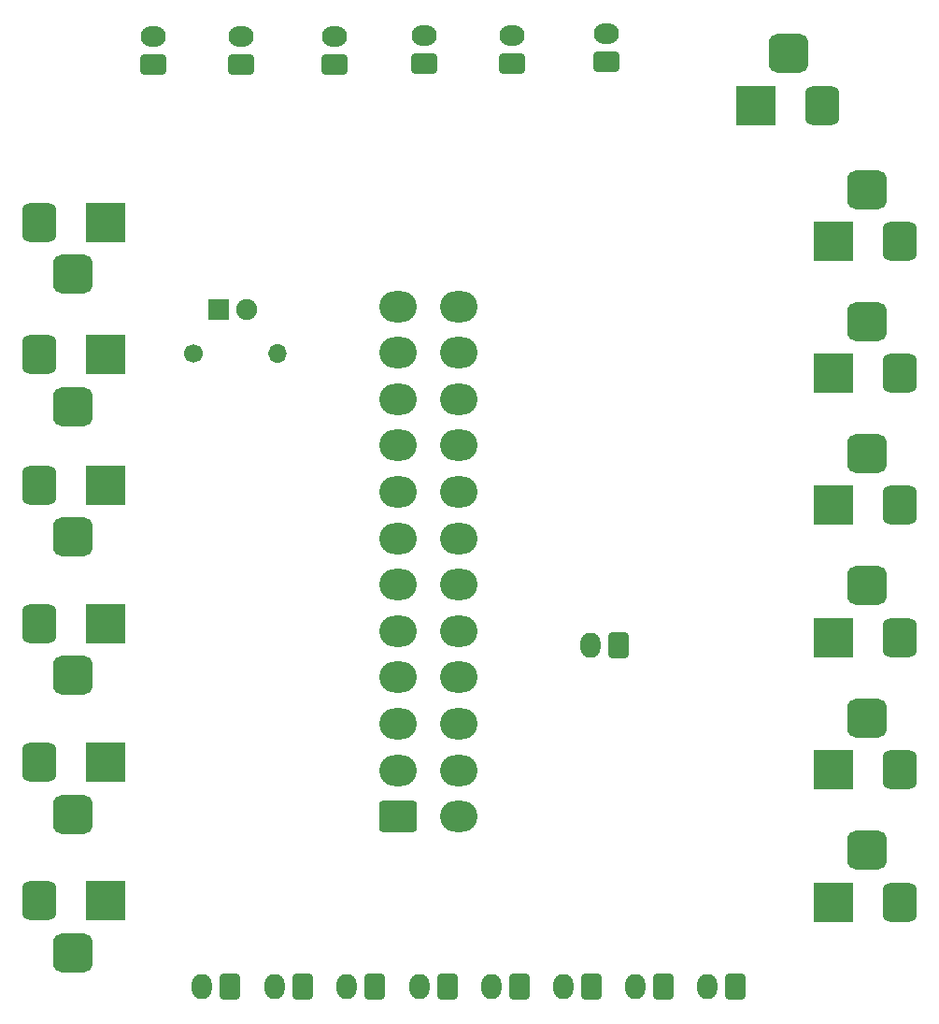
<source format=gbr>
%TF.GenerationSoftware,KiCad,Pcbnew,8.0.3*%
%TF.CreationDate,2024-12-03T05:52:04+10:00*%
%TF.ProjectId,a10 Power Distro PCB v1,61313020-506f-4776-9572-204469737472,rev?*%
%TF.SameCoordinates,Original*%
%TF.FileFunction,Soldermask,Bot*%
%TF.FilePolarity,Negative*%
%FSLAX46Y46*%
G04 Gerber Fmt 4.6, Leading zero omitted, Abs format (unit mm)*
G04 Created by KiCad (PCBNEW 8.0.3) date 2024-12-03 05:52:04*
%MOMM*%
%LPD*%
G01*
G04 APERTURE LIST*
G04 Aperture macros list*
%AMRoundRect*
0 Rectangle with rounded corners*
0 $1 Rounding radius*
0 $2 $3 $4 $5 $6 $7 $8 $9 X,Y pos of 4 corners*
0 Add a 4 corners polygon primitive as box body*
4,1,4,$2,$3,$4,$5,$6,$7,$8,$9,$2,$3,0*
0 Add four circle primitives for the rounded corners*
1,1,$1+$1,$2,$3*
1,1,$1+$1,$4,$5*
1,1,$1+$1,$6,$7*
1,1,$1+$1,$8,$9*
0 Add four rect primitives between the rounded corners*
20,1,$1+$1,$2,$3,$4,$5,0*
20,1,$1+$1,$4,$5,$6,$7,0*
20,1,$1+$1,$6,$7,$8,$9,0*
20,1,$1+$1,$8,$9,$2,$3,0*%
G04 Aperture macros list end*
%ADD10RoundRect,0.264368X0.655632X0.880632X-0.655632X0.880632X-0.655632X-0.880632X0.655632X-0.880632X0*%
%ADD11O,1.840000X2.290000*%
%ADD12RoundRect,0.050000X1.750000X1.750000X-1.750000X1.750000X-1.750000X-1.750000X1.750000X-1.750000X0*%
%ADD13RoundRect,0.775000X0.775000X1.025000X-0.775000X1.025000X-0.775000X-1.025000X0.775000X-1.025000X0*%
%ADD14RoundRect,0.900000X0.900000X0.900000X-0.900000X0.900000X-0.900000X-0.900000X0.900000X-0.900000X0*%
%ADD15RoundRect,0.050000X-1.750000X-1.750000X1.750000X-1.750000X1.750000X1.750000X-1.750000X1.750000X0*%
%ADD16RoundRect,0.775000X-0.775000X-1.025000X0.775000X-1.025000X0.775000X1.025000X-0.775000X1.025000X0*%
%ADD17RoundRect,0.900000X-0.900000X-0.900000X0.900000X-0.900000X0.900000X0.900000X-0.900000X0.900000X0*%
%ADD18RoundRect,0.259260X1.440740X-1.140740X1.440740X1.140740X-1.440740X1.140740X-1.440740X-1.140740X0*%
%ADD19O,3.400000X2.800000*%
%ADD20RoundRect,0.264368X0.880632X-0.655632X0.880632X0.655632X-0.880632X0.655632X-0.880632X-0.655632X0*%
%ADD21O,2.290000X1.840000*%
%ADD22RoundRect,0.050000X-0.900000X-0.900000X0.900000X-0.900000X0.900000X0.900000X-0.900000X0.900000X0*%
%ADD23C,1.900000*%
%ADD24C,1.700000*%
%ADD25O,1.700000X1.700000*%
G04 APERTURE END LIST*
D10*
%TO.C,J5*%
X52228200Y-89750800D03*
D11*
X49688200Y-89750800D03*
%TD*%
D10*
%TO.C,J13*%
X58762200Y-89700000D03*
D11*
X56222200Y-89700000D03*
%TD*%
D10*
%TO.C,J6*%
X65296100Y-89700000D03*
D11*
X62756100Y-89700000D03*
%TD*%
D10*
%TO.C,J14*%
X71830000Y-89700000D03*
D11*
X69290000Y-89700000D03*
%TD*%
D12*
%TO.C,J1*%
X80720000Y-34217500D03*
D13*
X86720000Y-34217500D03*
D14*
X83720000Y-29517500D03*
%TD*%
D12*
%TO.C,J16*%
X80720000Y-46147500D03*
D13*
X86720000Y-46147500D03*
D14*
X83720000Y-41447500D03*
%TD*%
D12*
%TO.C,J2*%
X80720000Y-58107500D03*
D13*
X86720000Y-58107500D03*
D14*
X83720000Y-53407500D03*
%TD*%
D12*
%TO.C,J17*%
X80720000Y-70117500D03*
D13*
X86720000Y-70117500D03*
D14*
X83720000Y-65417500D03*
%TD*%
D15*
%TO.C,J23*%
X14750000Y-44330000D03*
D16*
X8750000Y-44330000D03*
D17*
X11750000Y-49030000D03*
%TD*%
D15*
%TO.C,J8*%
X14750000Y-56865800D03*
D16*
X8750000Y-56865800D03*
D17*
X11750000Y-61565800D03*
%TD*%
D15*
%TO.C,J24*%
X14750000Y-69401600D03*
D16*
X8750000Y-69401600D03*
D17*
X11750000Y-74101600D03*
%TD*%
D18*
%TO.C,J29*%
X41237000Y-74330000D03*
D19*
X41237000Y-70130000D03*
X41237000Y-65930000D03*
X41237000Y-61730000D03*
X41237000Y-57530000D03*
X41237000Y-53330000D03*
X41237000Y-49130000D03*
X41237000Y-44930000D03*
X41237000Y-40730000D03*
X41237000Y-36530000D03*
X41237000Y-32330000D03*
X41237000Y-28130000D03*
X46737000Y-74330000D03*
X46737000Y-70130000D03*
X46737000Y-65930000D03*
X46737000Y-61730000D03*
X46737000Y-57530000D03*
X46737000Y-53330000D03*
X46737000Y-49130000D03*
X46737000Y-44930000D03*
X46737000Y-40730000D03*
X46737000Y-36530000D03*
X46737000Y-32330000D03*
X46737000Y-28130000D03*
%TD*%
D20*
%TO.C,J9*%
X27005600Y-6200000D03*
D21*
X27005600Y-3660000D03*
%TD*%
D20*
%TO.C,J26*%
X51595600Y-6160000D03*
D21*
X51595600Y-3620000D03*
%TD*%
D20*
%TO.C,J10*%
X19030000Y-6200000D03*
D21*
X19030000Y-3660000D03*
%TD*%
D20*
%TO.C,J27*%
X43620000Y-6160000D03*
D21*
X43620000Y-3620000D03*
%TD*%
D10*
%TO.C,J28*%
X61190000Y-58820000D03*
D11*
X58650000Y-58820000D03*
%TD*%
D12*
%TO.C,J18*%
X80720000Y-82097500D03*
D13*
X86720000Y-82097500D03*
D14*
X83720000Y-77397500D03*
%TD*%
D15*
%TO.C,J25*%
X14750000Y-81937400D03*
D16*
X8750000Y-81937400D03*
D17*
X11750000Y-86637400D03*
%TD*%
D22*
%TO.C,D1*%
X24961000Y-28394000D03*
D23*
X27501000Y-28394000D03*
%TD*%
D24*
%TO.C,R1*%
X22681000Y-32394000D03*
D25*
X30301000Y-32394000D03*
%TD*%
D20*
%TO.C,J21*%
X35502000Y-6209600D03*
D21*
X35502000Y-3669600D03*
%TD*%
D20*
%TO.C,J22*%
X60142800Y-6017200D03*
D21*
X60142800Y-3477200D03*
%TD*%
D10*
%TO.C,J19*%
X45694300Y-89750800D03*
D11*
X43154300Y-89750800D03*
%TD*%
D10*
%TO.C,J20*%
X39160400Y-89750800D03*
D11*
X36620400Y-89750800D03*
%TD*%
D10*
%TO.C,J7*%
X26010000Y-89720000D03*
D11*
X23470000Y-89720000D03*
%TD*%
D15*
%TO.C,J12*%
X14750000Y-20506700D03*
D16*
X8750000Y-20506700D03*
D17*
X11750000Y-25206700D03*
%TD*%
D10*
%TO.C,J15*%
X32630000Y-89740000D03*
D11*
X30090000Y-89740000D03*
%TD*%
D12*
%TO.C,J4*%
X73640000Y-9947500D03*
D13*
X79640000Y-9947500D03*
D14*
X76640000Y-5247500D03*
%TD*%
D12*
%TO.C,J3*%
X80720000Y-22277500D03*
D13*
X86720000Y-22277500D03*
D14*
X83720000Y-17577500D03*
%TD*%
D15*
%TO.C,J11*%
X14750000Y-32506700D03*
D16*
X8750000Y-32506700D03*
D17*
X11750000Y-37206700D03*
%TD*%
M02*

</source>
